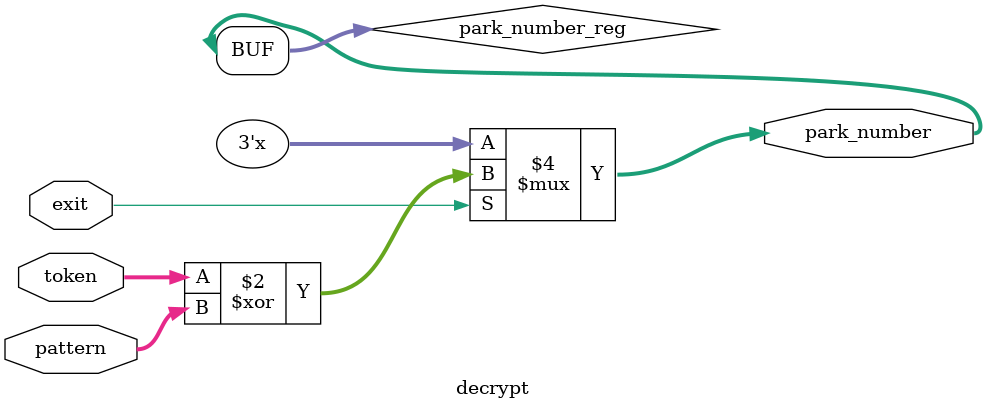
<source format=v>
/*--  *******************************************************
--  Computer Architecture Course, Laboratory Sources 
--  Amirkabir University of Technology (Tehran Polytechnic)
--  Department of Computer Engineering (CE-AUT)
--  https://ce[dot]aut[dot]ac[dot]ir
--  *******************************************************
--  All Rights reserved (C) 2021-2022
--  *******************************************************
--  Student ID  : 
--  Student Name: 
--  Student Mail: 
--  *******************************************************
--  Additional Comments:
--
--*/

/*-----------------------------------------------------------
---  Module Name: decrypt 
-----------------------------------------------------------*/
`timescale 1 ns/1 ns
module decrypt(
 exit,
 token,
 pattern,
 park_number);
input exit;
input [2:0] token;
input [2:0] pattern;
output [2:0] park_number;
reg [2:0] park_number_reg;
always @(exit or token or pattern)
	begin
		if(exit)
			park_number_reg<=token^pattern;
		else
			park_number_reg<=3'bzzz;
	end
	assign park_number=park_number_reg;
endmodule

</source>
